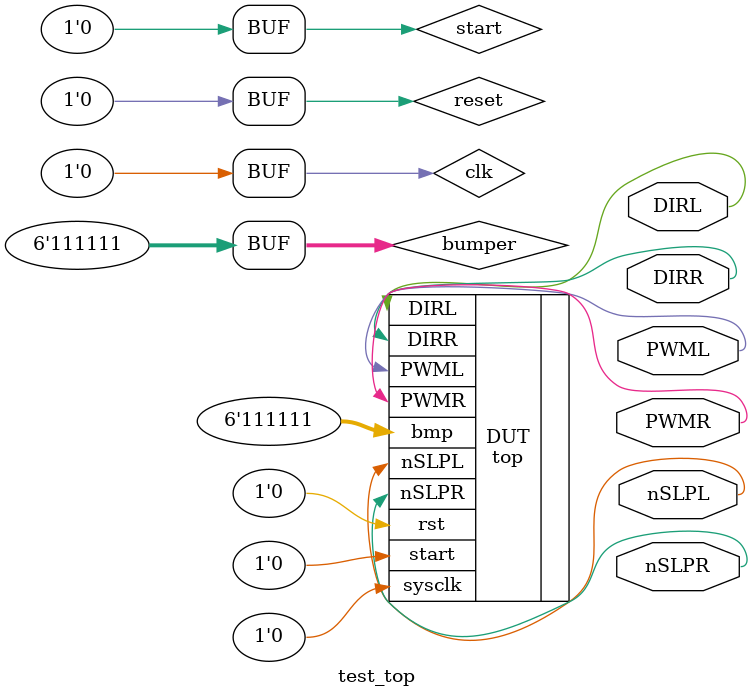
<source format=v>
`timescale 1ns / 10ps

module test_top(
output wire PWML,PWMR,DIRL,DIRR,nSLPR,nSLPL
);
localparam period = 83;
reg clk,reset,start;
reg [5:0]bumper = 6'b111111;;

//12MHz clock just like the CMOD A7 oscillator
always 
begin
    clk = 1'b1; 
    #83; // high for 83 * timescale = 83 ns

    clk = 1'b0;
    #83; // low for 83 * timescale = 83 ns
end

top DUT(.sysclk(clk),.bmp(bumper),.rst(reset),.start(start),.PWML(PWML),.PWMR(PWMR),.DIRL(DIRL),.DIRR(DIRR),.nSLPR(nSLPR),.nSLPL(nSLPL));

initial
begin
    //reset the signals
    reset = 1;
    #(2 * period);
    reset = 0;
    #period;
    
    //robot started
    start = 1;
    #(2 * period);
    start = 0;
    #2000000000;
    
    bumper = 6'b111110;
    #(2 * period);
    bumper = 6'b111111;
    #2000000000;
    #2000000000;
    
    bumper = 6'b011111;
    #(2 * period);
    bumper = 6'b111111;
    #2000000000;
    #2000000000;
    
    bumper = 6'b110011;
    #(2 * period);
    bumper = 6'b111111;
    #2000000000;
    #2000000000;
end
endmodule

</source>
